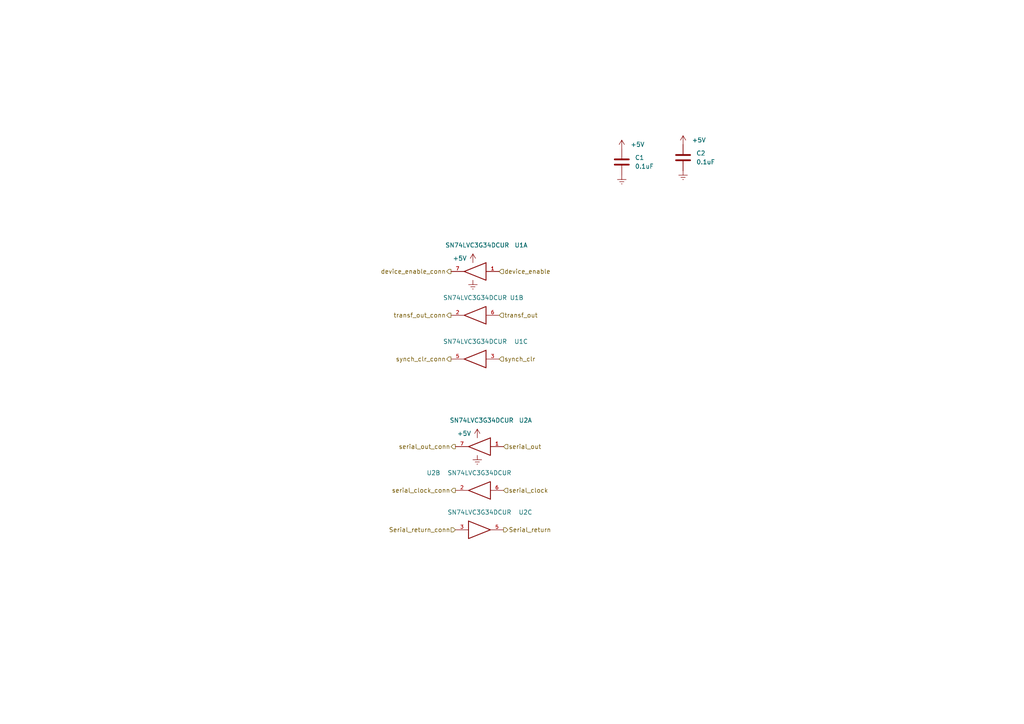
<source format=kicad_sch>
(kicad_sch (version 20250114) (generator "eeschema") (generator_version "9.0")
  (paper "A4")
  (title_block (title "SPI-MUX") (date "2023-02-06") (rev "0.01") (company "NMBU-Mina") (comment 1 "F.N.Beilegaard"))
  (lib_symbols
    (symbol "74xGxx:74LVC3G34" (pin_names (offset 1.016))
      (property "Reference" "U" (at -2.54 3.81 0))
      (property "Value" "74LVC3G34" (at 0 -3.81 0))
      (symbol "74LVC3G34_0_1"
        (polyline (pts (xy -3.81 2.54) (xy -3.81 -2.54) (xy 2.54 0) (xy -3.81 2.54)) (stroke (width 0.254)))
        (pin power_in line (at 0 2.54 90) (length 0) (hide yes) (name "VCC") (number "8"))
        (pin power_in line (at 0 -2.54 270) (length 0) (hide yes) (name "GND") (number "4"))
      )
      (symbol "74LVC3G34_1_1"
        (pin input line (at -7.62 0 0) (length 3.81) (name "~") (number "1"))
        (pin output line (at 6.35 0 180) (length 3.81) (name "~") (number "7"))
      )
      (symbol "74LVC3G34_2_1"
        (pin input line (at -7.62 0 0) (length 3.81) (name "~") (number "6"))
        (pin output line (at 6.35 0 180) (length 3.81) (name "~") (number "2"))
      )
      (symbol "74LVC3G34_3_1"
        (pin input line (at -7.62 0 0) (length 3.81) (name "~") (number "3"))
        (pin output line (at 6.35 0 180) (length 3.81) (name "~") (number "5"))
      )
    )
    (symbol "Device:C" (pin_numbers (hide yes)) (pin_names (offset 0.254))
      (property "Reference" "C" (at 0.635 2.54 0))
      (property "Value" "C" (at 0.635 -2.54 0))
      (symbol "C_0_1"
        (polyline (pts (xy -2.032 0.762) (xy 2.032 0.762)) (stroke (width 0.508)))
        (polyline (pts (xy -2.032 -0.762) (xy 2.032 -0.762)) (stroke (width 0.508)))
      )
      (symbol "C_1_1"
        (pin passive line (at 0 3.81 270) (length 2.794) (name "~") (number "1"))
        (pin passive line (at 0 -3.81 90) (length 2.794) (name "~") (number "2"))
      )
    )
    (symbol "power:+5V" (power) (pin_names (offset 0))
      (property "Value" "+5V" (at 0 3.556 0))
      (symbol "+5V_0_1"
        (polyline (pts (xy -0.762 1.27) (xy 0 2.54)))
        (polyline (pts (xy 0 2.54) (xy 0.762 1.27)))
        (polyline (pts (xy 0 0) (xy 0 2.54)))
      )
      (symbol "+5V_1_1"
        (pin power_in line (at 0 0 90) (length 0) (hide yes) (name "+5V") (number "1"))
      )
    )
    (symbol "power:Earth" (power) (pin_names (offset 0))
      (symbol "Earth_0_1"
        (polyline (pts (xy -0.635 -1.905) (xy 0.635 -1.905)))
        (polyline (pts (xy -0.127 -2.54) (xy 0.127 -2.54)))
        (polyline (pts (xy 0 -1.27) (xy 0 0)))
        (polyline (pts (xy 1.27 -1.27) (xy -1.27 -1.27)))
      )
      (symbol "Earth_1_1"
        (pin power_in line (at 0 0 270) (length 0) (hide yes) (name "Earth") (number "1"))
      )
    )
  )
  (hierarchical_label "serial_out" (shape input) (at 146.05 129.54 0))
  (hierarchical_label "device_enable" (shape input) (at 144.78 78.74 0))
  (hierarchical_label "transf_out_conn" (shape output) (at 130.81 91.44 180))
  (hierarchical_label "device_enable_conn" (shape output) (at 130.81 78.74 180))
  (hierarchical_label "synch_clr_conn" (shape output) (at 130.81 104.14 180))
  (hierarchical_label "transf_out" (shape input) (at 144.78 91.44 0))
  (hierarchical_label "Serial_return" (shape output) (at 146.05 153.67 0))
  (hierarchical_label "serial_clock" (shape input) (at 146.05 142.24 0))
  (hierarchical_label "synch_clr" (shape input) (at 144.78 104.14 0))
  (hierarchical_label "serial_clock_conn" (shape output) (at 132.08 142.24 180))
  (hierarchical_label "Serial_return_conn" (shape input) (at 132.08 153.67 180))
  (hierarchical_label "serial_out_conn" (shape output) (at 132.08 129.54 180))
  (symbol (lib_id "Device:C") (at 198.12 45.72 0) (unit 1)
    (property "Reference" "C2" (at 201.93 44.4499 0) (effects (justify left)))
    (property "Value" "0.1uF" (at 201.93 46.9899 0) (effects (justify left)))
    (property "Footprint" "Capacitor_SMD:C_0603_1608Metric" (effects (hide yes)))
    (property "Digikey" "CL10B104KB8NFNC" (effects (hide yes)))
    (property "LCSC Part #" "CL10B104KB8NFNC" (effects (hide yes)))
  )
  (symbol (lib_id "74xGxx:74LVC3G34") (at 138.43 129.54 0) (mirror y) (unit 1)
    (property "Reference" "U2" (at 152.4 121.92 0))
    (property "Value" "SN74LVC3G34DCUR" (at 139.7 121.92 0))
    (property "Footprint" "Package_SO:VSSOP-8_2.3x2mm_P0.5mm" (effects (hide yes)))
    (property "Datasheet" "https://www.ti.com/lit/ds/symlink/sn74lvc3g34.pdf?HQS=dis-dk-null-digikeymode-dsf-pf-null-wwe&ts=1675675829665&ref_url=https%253A%252F%252Fwww.ti.com%252Fgeneral%252Fdocs%252Fsuppproductinfo.tsp%253FdistId%253D10%2526gotoUrl%253Dhttps%253A%252F%252Fwww.ti.com%252Flit%252Fgpn%252Fsn74lvc3g34" (effects (hide yes)))
    (property "Digikey" "SN74LVC3G34DCUR" (effects (hide yes)))
    (property "LCSC Part #" "SN74LVC3G34DCUR" (effects (hide yes)))
  )
  (symbol (lib_id "power:+5V") (at 138.43 127 0) (unit 1)
    (property "Reference" "#PWR011" (effects (hide yes)))
    (property "Value" "+5V" (at 134.62 125.73 0))
  )
  (symbol (lib_id "power:Earth") (at 198.12 49.53 0) (unit 1)
    (property "Reference" "#PWR016" (effects (hide yes)))
    (property "Value" "Earth" (effects (hide yes)))
  )
  (symbol (lib_id "power:Earth") (at 180.34 50.8 0) (unit 1)
    (property "Reference" "#PWR014" (effects (hide yes)))
    (property "Value" "Earth" (effects (hide yes)))
  )
  (symbol (lib_id "power:+5V") (at 137.16 76.2 0) (unit 1)
    (property "Reference" "#PWR09" (effects (hide yes)))
    (property "Value" "+5V" (at 133.35 74.93 0))
  )
  (symbol (lib_id "74xGxx:74LVC3G34") (at 137.16 91.44 180) (unit 2)
    (property "Reference" "U1" (at 149.86 86.36 0))
    (property "Value" "SN74LVC3G34DCUR" (at 137.795 86.36 0))
    (property "Footprint" "Package_SO:VSSOP-8_2.3x2mm_P0.5mm" (effects (hide yes)))
    (property "Datasheet" "https://www.ti.com/lit/ds/symlink/sn74lvc3g34.pdf?HQS=dis-dk-null-digikeymode-dsf-pf-null-wwe&ts=1675675829665&ref_url=https%253A%252F%252Fwww.ti.com%252Fgeneral%252Fdocs%252Fsuppproductinfo.tsp%253FdistId%253D10%2526gotoUrl%253Dhttps%253A%252F%252Fwww.ti.com%252Flit%252Fgpn%252Fsn74lvc3g34" (effects (hide yes)))
    (property "Digikey" "SN74LVC3G34DCUR" (effects (hide yes)))
    (property "LCSC Part #" "SN74LVC3G34DCUR" (effects (hide yes)))
  )
  (symbol (lib_id "74xGxx:74LVC3G34") (at 139.7 153.67 0) (unit 3)
    (property "Reference" "U2" (at 152.4 148.59 0))
    (property "Value" "SN74LVC3G34DCUR" (at 139.065 148.59 0))
    (property "Footprint" "Package_SO:VSSOP-8_2.3x2mm_P0.5mm" (effects (hide yes)))
    (property "Datasheet" "https://www.ti.com/lit/ds/symlink/sn74lvc3g34.pdf?HQS=dis-dk-null-digikeymode-dsf-pf-null-wwe&ts=1675675829665&ref_url=https%253A%252F%252Fwww.ti.com%252Fgeneral%252Fdocs%252Fsuppproductinfo.tsp%253FdistId%253D10%2526gotoUrl%253Dhttps%253A%252F%252Fwww.ti.com%252Flit%252Fgpn%252Fsn74lvc3g34" (effects (hide yes)))
    (property "Digikey" "SN74LVC3G34DCUR" (effects (hide yes)))
    (property "LCSC Part #" "SN74LVC3G34DCUR" (effects (hide yes)))
  )
  (symbol (lib_id "power:Earth") (at 137.16 81.28 0) (unit 1)
    (property "Reference" "#PWR010" (effects (hide yes)))
    (property "Value" "Earth" (effects (hide yes)))
  )
  (symbol (lib_id "power:+5V") (at 198.12 41.91 0) (unit 1)
    (property "Reference" "#PWR015" (effects (hide yes)))
    (property "Value" "+5V" (at 200.66 40.6399 0) (effects (justify left)))
  )
  (symbol (lib_id "74xGxx:74LVC3G34") (at 137.16 104.14 0) (mirror y) (unit 3)
    (property "Reference" "U1" (at 151.13 99.06 0))
    (property "Value" "SN74LVC3G34DCUR" (at 137.795 99.06 0))
    (property "Footprint" "Package_SO:VSSOP-8_2.3x2mm_P0.5mm" (effects (hide yes)))
    (property "Datasheet" "https://www.ti.com/lit/ds/symlink/sn74lvc3g34.pdf?HQS=dis-dk-null-digikeymode-dsf-pf-null-wwe&ts=1675675829665&ref_url=https%253A%252F%252Fwww.ti.com%252Fgeneral%252Fdocs%252Fsuppproductinfo.tsp%253FdistId%253D10%2526gotoUrl%253Dhttps%253A%252F%252Fwww.ti.com%252Flit%252Fgpn%252Fsn74lvc3g34" (effects (hide yes)))
    (property "Digikey" "SN74LVC3G34DCUR" (effects (hide yes)))
    (property "LCSC Part #" "SN74LVC3G34DCUR" (effects (hide yes)))
  )
  (symbol (lib_id "power:Earth") (at 138.43 132.08 0) (unit 1)
    (property "Reference" "#PWR012" (effects (hide yes)))
    (property "Value" "Earth" (effects (hide yes)))
  )
  (symbol (lib_id "74xGxx:74LVC3G34") (at 137.16 78.74 0) (mirror y) (unit 1)
    (property "Reference" "U1" (at 151.13 71.12 0))
    (property "Value" "SN74LVC3G34DCUR" (at 138.43 71.12 0))
    (property "Footprint" "Package_SO:VSSOP-8_2.3x2mm_P0.5mm" (effects (hide yes)))
    (property "Datasheet" "https://www.ti.com/lit/ds/symlink/sn74lvc3g34.pdf?HQS=dis-dk-null-digikeymode-dsf-pf-null-wwe&ts=1675675829665&ref_url=https%253A%252F%252Fwww.ti.com%252Fgeneral%252Fdocs%252Fsuppproductinfo.tsp%253FdistId%253D10%2526gotoUrl%253Dhttps%253A%252F%252Fwww.ti.com%252Flit%252Fgpn%252Fsn74lvc3g34" (effects (hide yes)))
    (property "Digikey" "SN74LVC3G34DCUR" (effects (hide yes)))
    (property "LCSC Part #" "SN74LVC3G34DCUR" (effects (hide yes)))
  )
  (symbol (lib_id "74xGxx:74LVC3G34") (at 138.43 142.24 180) (unit 2)
    (property "Reference" "U2" (at 125.73 137.16 0))
    (property "Value" "SN74LVC3G34DCUR" (at 139.065 137.16 0))
    (property "Footprint" "Package_SO:VSSOP-8_2.3x2mm_P0.5mm" (effects (hide yes)))
    (property "Datasheet" "https://www.ti.com/lit/ds/symlink/sn74lvc3g34.pdf?HQS=dis-dk-null-digikeymode-dsf-pf-null-wwe&ts=1675675829665&ref_url=https%253A%252F%252Fwww.ti.com%252Fgeneral%252Fdocs%252Fsuppproductinfo.tsp%253FdistId%253D10%2526gotoUrl%253Dhttps%253A%252F%252Fwww.ti.com%252Flit%252Fgpn%252Fsn74lvc3g34" (effects (hide yes)))
    (property "Digikey" "SN74LVC3G34DCUR" (effects (hide yes)))
    (property "LCSC Part #" "SN74LVC3G34DCUR" (effects (hide yes)))
  )
  (symbol (lib_id "power:+5V") (at 180.34 43.18 0) (unit 1)
    (property "Reference" "#PWR013" (effects (hide yes)))
    (property "Value" "+5V" (at 182.88 41.9099 0) (effects (justify left)))
  )
  (symbol (lib_id "Device:C") (at 180.34 46.99 0) (unit 1)
    (property "Reference" "C1" (at 184.15 45.7199 0) (effects (justify left)))
    (property "Value" "0.1uF" (at 184.15 48.2599 0) (effects (justify left)))
    (property "Footprint" "Capacitor_SMD:C_0603_1608Metric" (effects (hide yes)))
    (property "Digikey" "CL10B104KB8NFNC" (effects (hide yes)))
    (property "LCSC Part #" "CL10B104KB8NFNC" (effects (hide yes)))
  )
)
</source>
